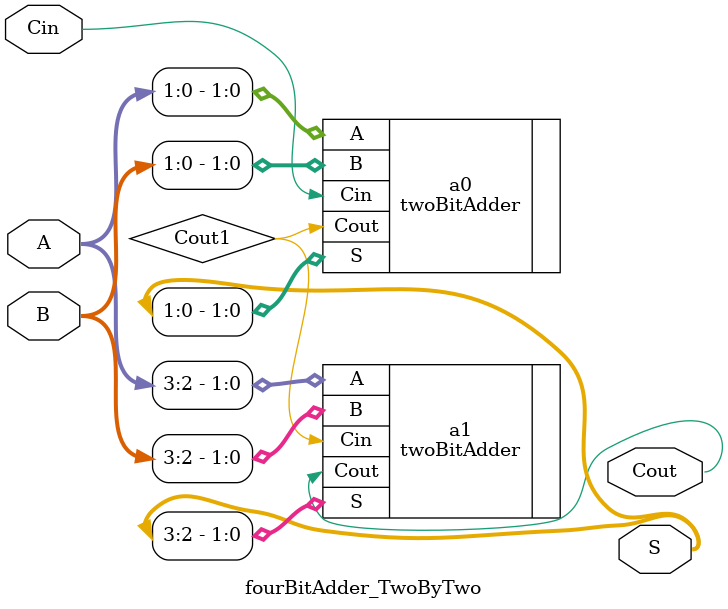
<source format=v>
module fourBitAdder_TwoByTwo (
	input [3:0] A,
	input [3:0] B,
	input Cin,
	output [3:0] S,
	output Cout
);

wire Cout1;

twoBitAdder a0 (
	.A(A[1:0]),
	.B(B[1:0]),
	.Cin(Cin),
	.Cout(Cout1),
	.S(S[1:0])
);

twoBitAdder a1 (
	.A(A[3:2]),
	.B(B[3:2]),
	.Cin(Cout1),
	.Cout(Cout),
	.S(S[3:2])
);

endmodule
</source>
